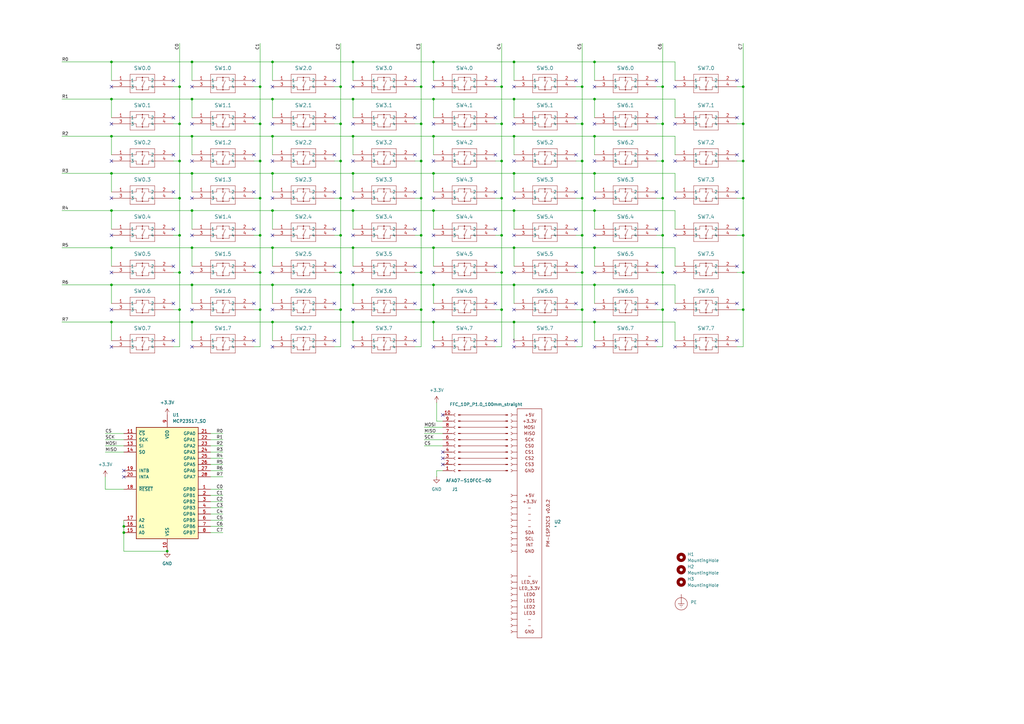
<source format=kicad_sch>
(kicad_sch (version 20231120) (generator "eeschema") (generator_version "8.0")
  (paper "A3")
  (junction (at 177.8 116.84))
  (junction (at 304.8 35.56))
  (junction (at 177.8 25.4))
  (junction (at 243.84 40.64))
  (junction (at 205.74 96.52))
  (junction (at 304.8 66.04))
  (junction (at 210.82 25.4))
  (junction (at 177.8 40.64))
  (junction (at 73.66 50.8))
  (junction (at 50.8 215.9))
  (junction (at 205.74 81.28))
  (junction (at 144.78 40.64))
  (junction (at 78.74 132.08))
  (junction (at 243.84 71.12))
  (junction (at 78.74 25.4))
  (junction (at 177.8 86.36))
  (junction (at 78.74 55.88))
  (junction (at 106.68 96.52))
  (junction (at 106.68 81.28))
  (junction (at 73.66 111.76))
  (junction (at 172.72 81.28))
  (junction (at 45.72 25.4))
  (junction (at 172.72 66.04))
  (junction (at 210.82 40.64))
  (junction (at 45.72 86.36))
  (junction (at 304.8 96.52))
  (junction (at 111.76 116.84))
  (junction (at 144.78 25.4))
  (junction (at 45.72 71.12))
  (junction (at 243.84 132.08))
  (junction (at 73.66 81.28))
  (junction (at 78.74 101.6))
  (junction (at 238.76 50.8))
  (junction (at 210.82 86.36))
  (junction (at 271.78 127))
  (junction (at 73.66 35.56))
  (junction (at 271.78 81.28))
  (junction (at 205.74 127))
  (junction (at 68.58 226.06))
  (junction (at 238.76 127))
  (junction (at 205.74 50.8))
  (junction (at 271.78 50.8))
  (junction (at 139.7 35.56))
  (junction (at 304.8 127))
  (junction (at 45.72 55.88))
  (junction (at 177.8 55.88))
  (junction (at 144.78 132.08))
  (junction (at 243.84 25.4))
  (junction (at 139.7 81.28))
  (junction (at 172.72 111.76))
  (junction (at 177.8 71.12))
  (junction (at 243.84 55.88))
  (junction (at 177.8 101.6))
  (junction (at 205.74 35.56))
  (junction (at 106.68 50.8))
  (junction (at 210.82 71.12))
  (junction (at 45.72 116.84))
  (junction (at 172.72 35.56))
  (junction (at 144.78 71.12))
  (junction (at 172.72 96.52))
  (junction (at 210.82 55.88))
  (junction (at 238.76 35.56))
  (junction (at 78.74 116.84))
  (junction (at 139.7 66.04))
  (junction (at 106.68 35.56))
  (junction (at 139.7 50.8))
  (junction (at 139.7 96.52))
  (junction (at 78.74 40.64))
  (junction (at 210.82 101.6))
  (junction (at 271.78 66.04))
  (junction (at 50.8 218.44))
  (junction (at 111.76 132.08))
  (junction (at 238.76 96.52))
  (junction (at 45.72 40.64))
  (junction (at 45.72 101.6))
  (junction (at 111.76 71.12))
  (junction (at 271.78 111.76))
  (junction (at 238.76 111.76))
  (junction (at 144.78 55.88))
  (junction (at 172.72 127))
  (junction (at 243.84 86.36))
  (junction (at 139.7 127))
  (junction (at 205.74 66.04))
  (junction (at 238.76 81.28))
  (junction (at 172.72 50.8))
  (junction (at 106.68 127))
  (junction (at 144.78 101.6))
  (junction (at 304.8 81.28))
  (junction (at 210.82 116.84))
  (junction (at 177.8 132.08))
  (junction (at 106.68 111.76))
  (junction (at 243.84 101.6))
  (junction (at 111.76 55.88))
  (junction (at 205.74 111.76))
  (junction (at 139.7 111.76))
  (junction (at 111.76 101.6))
  (junction (at 111.76 40.64))
  (junction (at 73.66 127))
  (junction (at 73.66 66.04))
  (junction (at 243.84 116.84))
  (junction (at 73.66 96.52))
  (junction (at 271.78 35.56))
  (junction (at 238.76 66.04))
  (junction (at 210.82 132.08))
  (junction (at 304.8 111.76))
  (junction (at 45.72 132.08))
  (junction (at 271.78 96.52))
  (junction (at 144.78 86.36))
  (junction (at 106.68 66.04))
  (junction (at 111.76 86.36))
  (junction (at 304.8 50.8))
  (junction (at 78.74 86.36))
  (junction (at 111.76 25.4))
  (junction (at 144.78 116.84))
  (junction (at 78.74 71.12))
  (no_connect (at 71.12 63.5))
  (no_connect (at 203.2 63.5))
  (no_connect (at 111.76 142.24))
  (no_connect (at 243.84 142.24))
  (no_connect (at 45.72 35.56))
  (no_connect (at 243.84 50.8))
  (no_connect (at 203.2 78.74))
  (no_connect (at 78.74 35.56))
  (no_connect (at 276.86 127))
  (no_connect (at 269.24 124.46))
  (no_connect (at 203.2 124.46))
  (no_connect (at 269.24 93.98))
  (no_connect (at 71.12 124.46))
  (no_connect (at 104.14 109.22))
  (no_connect (at 71.12 48.26))
  (no_connect (at 170.18 124.46))
  (no_connect (at 137.16 63.5))
  (no_connect (at 170.18 48.26))
  (no_connect (at 210.82 81.28))
  (no_connect (at 45.72 111.76))
  (no_connect (at 104.14 33.02))
  (no_connect (at 78.74 50.8))
  (no_connect (at 276.86 111.76))
  (no_connect (at 45.72 127))
  (no_connect (at 78.74 66.04))
  (no_connect (at 71.12 109.22))
  (no_connect (at 302.26 33.02))
  (no_connect (at 137.16 78.74))
  (no_connect (at 243.84 111.76))
  (no_connect (at 236.22 139.7))
  (no_connect (at 144.78 66.04))
  (no_connect (at 137.16 139.7))
  (no_connect (at 71.12 33.02))
  (no_connect (at 170.18 109.22))
  (no_connect (at 78.74 96.52))
  (no_connect (at 104.14 93.98))
  (no_connect (at 137.16 48.26))
  (no_connect (at 78.74 81.28))
  (no_connect (at 269.24 109.22))
  (no_connect (at 302.26 78.74))
  (no_connect (at 170.18 33.02))
  (no_connect (at 144.78 96.52))
  (no_connect (at 269.24 48.26))
  (no_connect (at 236.22 63.5))
  (no_connect (at 269.24 139.7))
  (no_connect (at 71.12 93.98))
  (no_connect (at 203.2 93.98))
  (no_connect (at 111.76 111.76))
  (no_connect (at 302.26 109.22))
  (no_connect (at 111.76 66.04))
  (no_connect (at 203.2 48.26))
  (no_connect (at 170.18 139.7))
  (no_connect (at 302.26 63.5))
  (no_connect (at 210.82 35.56))
  (no_connect (at 50.8 195.58))
  (no_connect (at 104.14 78.74))
  (no_connect (at 181.61 190.5))
  (no_connect (at 45.72 96.52))
  (no_connect (at 137.16 33.02))
  (no_connect (at 236.22 48.26))
  (no_connect (at 144.78 111.76))
  (no_connect (at 181.61 170.18))
  (no_connect (at 302.26 139.7))
  (no_connect (at 203.2 109.22))
  (no_connect (at 181.61 185.42))
  (no_connect (at 104.14 48.26))
  (no_connect (at 111.76 81.28))
  (no_connect (at 78.74 142.24))
  (no_connect (at 137.16 93.98))
  (no_connect (at 210.82 66.04))
  (no_connect (at 144.78 50.8))
  (no_connect (at 177.8 81.28))
  (no_connect (at 144.78 35.56))
  (no_connect (at 276.86 81.28))
  (no_connect (at 104.14 63.5))
  (no_connect (at 78.74 111.76))
  (no_connect (at 45.72 142.24))
  (no_connect (at 236.22 124.46))
  (no_connect (at 177.8 111.76))
  (no_connect (at 177.8 142.24))
  (no_connect (at 137.16 109.22))
  (no_connect (at 50.8 193.04))
  (no_connect (at 78.74 127))
  (no_connect (at 104.14 139.7))
  (no_connect (at 111.76 127))
  (no_connect (at 203.2 139.7))
  (no_connect (at 243.84 81.28))
  (no_connect (at 45.72 50.8))
  (no_connect (at 269.24 78.74))
  (no_connect (at 236.22 109.22))
  (no_connect (at 45.72 66.04))
  (no_connect (at 302.26 93.98))
  (no_connect (at 177.8 127))
  (no_connect (at 210.82 111.76))
  (no_connect (at 71.12 139.7))
  (no_connect (at 144.78 81.28))
  (no_connect (at 170.18 78.74))
  (no_connect (at 276.86 50.8))
  (no_connect (at 144.78 142.24))
  (no_connect (at 181.61 187.96))
  (no_connect (at 269.24 33.02))
  (no_connect (at 137.16 124.46))
  (no_connect (at 71.12 78.74))
  (no_connect (at 236.22 93.98))
  (no_connect (at 302.26 124.46))
  (no_connect (at 170.18 93.98))
  (no_connect (at 45.72 81.28))
  (no_connect (at 177.8 35.56))
  (no_connect (at 203.2 33.02))
  (no_connect (at 177.8 96.52))
  (no_connect (at 243.84 96.52))
  (no_connect (at 243.84 127))
  (no_connect (at 276.86 66.04))
  (no_connect (at 269.24 63.5))
  (no_connect (at 210.82 50.8))
  (no_connect (at 210.82 142.24))
  (no_connect (at 177.8 50.8))
  (no_connect (at 210.82 96.52))
  (no_connect (at 177.8 66.04))
  (no_connect (at 104.14 124.46))
  (no_connect (at 111.76 96.52))
  (no_connect (at 210.82 127))
  (no_connect (at 236.22 78.74))
  (no_connect (at 144.78 127))
  (no_connect (at 111.76 35.56))
  (no_connect (at 111.76 50.8))
  (no_connect (at 236.22 33.02))
  (no_connect (at 276.86 142.24))
  (no_connect (at 170.18 63.5))
  (no_connect (at 276.86 35.56))
  (no_connect (at 243.84 35.56))
  (no_connect (at 243.84 66.04))
  (no_connect (at 302.26 48.26))
  (no_connect (at 276.86 96.52))
  (wire (pts (xy 137.16 127) (xy 139.7 127)))
  (wire (pts (xy 276.86 124.46) (xy 276.86 116.84)))
  (wire (pts (xy 271.78 50.8) (xy 269.24 50.8)))
  (wire (pts (xy 236.22 96.52) (xy 238.76 96.52)))
  (wire (pts (xy 25.4 40.64) (xy 45.72 40.64)))
  (wire (pts (xy 210.82 93.98) (xy 210.82 86.36)))
  (wire (pts (xy 203.2 96.52) (xy 205.74 96.52)))
  (wire (pts (xy 144.78 116.84) (xy 177.8 116.84)))
  (wire (pts (xy 177.8 33.02) (xy 177.8 25.4)))
  (wire (pts (xy 86.36 200.66) (xy 91.44 200.66)))
  (wire (pts (xy 71.12 127) (xy 73.66 127)))
  (wire (pts (xy 177.8 25.4) (xy 210.82 25.4)))
  (wire (pts (xy 172.72 96.52) (xy 172.72 81.28)))
  (wire (pts (xy 144.78 132.08) (xy 177.8 132.08)))
  (wire (pts (xy 173.99 175.26) (xy 181.61 175.26)))
  (wire (pts (xy 106.68 17.78) (xy 106.68 35.56)))
  (wire (pts (xy 45.72 116.84) (xy 45.72 124.46)))
  (wire (pts (xy 172.72 127) (xy 172.72 111.76)))
  (wire (pts (xy 203.2 127) (xy 205.74 127)))
  (wire (pts (xy 243.84 101.6) (xy 276.86 101.6)))
  (wire (pts (xy 144.78 71.12) (xy 177.8 71.12)))
  (wire (pts (xy 276.86 55.88) (xy 243.84 55.88)))
  (wire (pts (xy 144.78 55.88) (xy 144.78 63.5)))
  (wire (pts (xy 210.82 25.4) (xy 243.84 25.4)))
  (wire (pts (xy 78.74 101.6) (xy 111.76 101.6)))
  (wire (pts (xy 170.18 35.56) (xy 172.72 35.56)))
  (wire (pts (xy 243.84 71.12) (xy 243.84 78.74)))
  (wire (pts (xy 271.78 81.28) (xy 271.78 66.04)))
  (wire (pts (xy 25.4 132.08) (xy 45.72 132.08)))
  (wire (pts (xy 144.78 101.6) (xy 177.8 101.6)))
  (wire (pts (xy 179.07 165.1) (xy 179.07 172.72)))
  (wire (pts (xy 45.72 116.84) (xy 78.74 116.84)))
  (wire (pts (xy 304.8 127) (xy 304.8 111.76)))
  (wire (pts (xy 172.72 111.76) (xy 172.72 96.52)))
  (wire (pts (xy 45.72 71.12) (xy 45.72 78.74)))
  (wire (pts (xy 243.84 124.46) (xy 243.84 116.84)))
  (wire (pts (xy 269.24 81.28) (xy 271.78 81.28)))
  (wire (pts (xy 78.74 116.84) (xy 111.76 116.84)))
  (wire (pts (xy 236.22 142.24) (xy 238.76 142.24)))
  (wire (pts (xy 71.12 111.76) (xy 73.66 111.76)))
  (wire (pts (xy 25.4 116.84) (xy 45.72 116.84)))
  (wire (pts (xy 144.78 78.74) (xy 144.78 71.12)))
  (wire (pts (xy 276.86 132.08) (xy 243.84 132.08)))
  (wire (pts (xy 106.68 35.56) (xy 106.68 50.8)))
  (wire (pts (xy 139.7 111.76) (xy 139.7 96.52)))
  (wire (pts (xy 86.36 210.82) (xy 91.44 210.82)))
  (wire (pts (xy 78.74 48.26) (xy 78.74 40.64)))
  (wire (pts (xy 104.14 96.52) (xy 106.68 96.52)))
  (wire (pts (xy 139.7 35.56) (xy 139.7 50.8)))
  (wire (pts (xy 271.78 142.24) (xy 271.78 127)))
  (wire (pts (xy 243.84 25.4) (xy 276.86 25.4)))
  (wire (pts (xy 236.22 81.28) (xy 238.76 81.28)))
  (wire (pts (xy 210.82 55.88) (xy 210.82 63.5)))
  (wire (pts (xy 71.12 96.52) (xy 73.66 96.52)))
  (wire (pts (xy 86.36 205.74) (xy 91.44 205.74)))
  (wire (pts (xy 238.76 96.52) (xy 238.76 81.28)))
  (wire (pts (xy 177.8 86.36) (xy 210.82 86.36)))
  (wire (pts (xy 45.72 25.4) (xy 45.72 33.02)))
  (wire (pts (xy 276.86 78.74) (xy 276.86 71.12)))
  (wire (pts (xy 173.99 180.34) (xy 181.61 180.34)))
  (wire (pts (xy 45.72 40.64) (xy 78.74 40.64)))
  (wire (pts (xy 104.14 35.56) (xy 106.68 35.56)))
  (wire (pts (xy 73.66 50.8) (xy 71.12 50.8)))
  (wire (pts (xy 106.68 111.76) (xy 106.68 96.52)))
  (wire (pts (xy 78.74 132.08) (xy 78.74 139.7)))
  (wire (pts (xy 25.4 25.4) (xy 45.72 25.4)))
  (wire (pts (xy 144.78 33.02) (xy 144.78 25.4)))
  (wire (pts (xy 139.7 66.04) (xy 139.7 50.8)))
  (wire (pts (xy 238.76 50.8) (xy 236.22 50.8)))
  (wire (pts (xy 73.66 66.04) (xy 73.66 50.8)))
  (wire (pts (xy 203.2 66.04) (xy 205.74 66.04)))
  (wire (pts (xy 111.76 101.6) (xy 144.78 101.6)))
  (wire (pts (xy 210.82 116.84) (xy 210.82 124.46)))
  (wire (pts (xy 210.82 71.12) (xy 243.84 71.12)))
  (wire (pts (xy 304.8 111.76) (xy 304.8 96.52)))
  (wire (pts (xy 86.36 193.04) (xy 91.44 193.04)))
  (wire (pts (xy 104.14 127) (xy 106.68 127)))
  (wire (pts (xy 210.82 48.26) (xy 210.82 40.64)))
  (wire (pts (xy 172.72 66.04) (xy 172.72 50.8)))
  (wire (pts (xy 276.86 71.12) (xy 243.84 71.12)))
  (wire (pts (xy 269.24 66.04) (xy 271.78 66.04)))
  (wire (pts (xy 203.2 142.24) (xy 205.74 142.24)))
  (wire (pts (xy 269.24 35.56) (xy 271.78 35.56)))
  (wire (pts (xy 111.76 109.22) (xy 111.76 101.6)))
  (wire (pts (xy 71.12 81.28) (xy 73.66 81.28)))
  (wire (pts (xy 304.8 81.28) (xy 304.8 66.04)))
  (wire (pts (xy 25.4 55.88) (xy 45.72 55.88)))
  (wire (pts (xy 86.36 195.58) (xy 91.44 195.58)))
  (wire (pts (xy 111.76 33.02) (xy 111.76 25.4)))
  (wire (pts (xy 71.12 66.04) (xy 73.66 66.04)))
  (wire (pts (xy 78.74 63.5) (xy 78.74 55.88)))
  (wire (pts (xy 106.68 96.52) (xy 106.68 81.28)))
  (wire (pts (xy 45.72 132.08) (xy 45.72 139.7)))
  (wire (pts (xy 170.18 96.52) (xy 172.72 96.52)))
  (wire (pts (xy 43.18 200.66) (xy 43.18 195.58)))
  (wire (pts (xy 78.74 78.74) (xy 78.74 71.12)))
  (wire (pts (xy 243.84 86.36) (xy 276.86 86.36)))
  (wire (pts (xy 177.8 139.7) (xy 177.8 132.08)))
  (wire (pts (xy 78.74 132.08) (xy 111.76 132.08)))
  (wire (pts (xy 45.72 71.12) (xy 78.74 71.12)))
  (wire (pts (xy 45.72 55.88) (xy 78.74 55.88)))
  (wire (pts (xy 302.26 142.24) (xy 304.8 142.24)))
  (wire (pts (xy 238.76 35.56) (xy 238.76 50.8)))
  (wire (pts (xy 139.7 50.8) (xy 137.16 50.8)))
  (wire (pts (xy 111.76 55.88) (xy 111.76 63.5)))
  (wire (pts (xy 172.72 35.56) (xy 172.72 50.8)))
  (wire (pts (xy 86.36 177.8) (xy 91.44 177.8)))
  (wire (pts (xy 111.76 40.64) (xy 144.78 40.64)))
  (wire (pts (xy 210.82 101.6) (xy 243.84 101.6)))
  (wire (pts (xy 271.78 66.04) (xy 271.78 50.8)))
  (wire (pts (xy 205.74 66.04) (xy 205.74 50.8)))
  (wire (pts (xy 78.74 33.02) (xy 78.74 25.4)))
  (wire (pts (xy 144.78 55.88) (xy 177.8 55.88)))
  (wire (pts (xy 302.26 111.76) (xy 304.8 111.76)))
  (wire (pts (xy 78.74 109.22) (xy 78.74 101.6)))
  (wire (pts (xy 302.26 96.52) (xy 304.8 96.52)))
  (wire (pts (xy 86.36 180.34) (xy 91.44 180.34)))
  (wire (pts (xy 276.86 33.02) (xy 276.86 25.4)))
  (wire (pts (xy 78.74 25.4) (xy 111.76 25.4)))
  (wire (pts (xy 236.22 127) (xy 238.76 127)))
  (wire (pts (xy 210.82 33.02) (xy 210.82 25.4)))
  (wire (pts (xy 210.82 55.88) (xy 243.84 55.88)))
  (wire (pts (xy 276.86 93.98) (xy 276.86 86.36)))
  (wire (pts (xy 210.82 78.74) (xy 210.82 71.12)))
  (wire (pts (xy 172.72 17.78) (xy 172.72 35.56)))
  (wire (pts (xy 144.78 48.26) (xy 144.78 40.64)))
  (wire (pts (xy 45.72 101.6) (xy 78.74 101.6)))
  (wire (pts (xy 238.76 142.24) (xy 238.76 127)))
  (wire (pts (xy 205.74 96.52) (xy 205.74 81.28)))
  (wire (pts (xy 43.18 182.88) (xy 50.8 182.88)))
  (wire (pts (xy 45.72 40.64) (xy 45.72 48.26)))
  (wire (pts (xy 106.68 127) (xy 106.68 111.76)))
  (wire (pts (xy 139.7 17.78) (xy 139.7 35.56)))
  (wire (pts (xy 137.16 66.04) (xy 139.7 66.04)))
  (wire (pts (xy 205.74 50.8) (xy 203.2 50.8)))
  (wire (pts (xy 86.36 185.42) (xy 91.44 185.42)))
  (wire (pts (xy 177.8 55.88) (xy 210.82 55.88)))
  (wire (pts (xy 144.78 109.22) (xy 144.78 101.6)))
  (wire (pts (xy 111.76 132.08) (xy 144.78 132.08)))
  (wire (pts (xy 137.16 111.76) (xy 139.7 111.76)))
  (wire (pts (xy 210.82 139.7) (xy 210.82 132.08)))
  (wire (pts (xy 210.82 86.36) (xy 243.84 86.36)))
  (wire (pts (xy 86.36 213.36) (xy 91.44 213.36)))
  (wire (pts (xy 139.7 96.52) (xy 139.7 81.28)))
  (wire (pts (xy 304.8 50.8) (xy 302.26 50.8)))
  (wire (pts (xy 179.07 172.72) (xy 181.61 172.72)))
  (wire (pts (xy 205.74 81.28) (xy 205.74 66.04)))
  (wire (pts (xy 111.76 25.4) (xy 144.78 25.4)))
  (wire (pts (xy 236.22 35.56) (xy 238.76 35.56)))
  (wire (pts (xy 86.36 218.44) (xy 91.44 218.44)))
  (wire (pts (xy 139.7 81.28) (xy 139.7 66.04)))
  (wire (pts (xy 276.86 48.26) (xy 276.86 40.64)))
  (wire (pts (xy 170.18 66.04) (xy 172.72 66.04)))
  (wire (pts (xy 50.8 200.66) (xy 43.18 200.66)))
  (wire (pts (xy 203.2 111.76) (xy 205.74 111.76)))
  (wire (pts (xy 106.68 81.28) (xy 106.68 66.04)))
  (wire (pts (xy 170.18 111.76) (xy 172.72 111.76)))
  (wire (pts (xy 304.8 96.52) (xy 304.8 81.28)))
  (wire (pts (xy 106.68 66.04) (xy 106.68 50.8)))
  (wire (pts (xy 73.66 35.56) (xy 73.66 50.8)))
  (wire (pts (xy 302.26 66.04) (xy 304.8 66.04)))
  (wire (pts (xy 73.66 81.28) (xy 73.66 66.04)))
  (wire (pts (xy 271.78 127) (xy 271.78 111.76)))
  (wire (pts (xy 243.84 93.98) (xy 243.84 86.36)))
  (wire (pts (xy 302.26 35.56) (xy 304.8 35.56)))
  (wire (pts (xy 73.66 17.78) (xy 73.66 35.56)))
  (wire (pts (xy 25.4 86.36) (xy 45.72 86.36)))
  (wire (pts (xy 144.78 86.36) (xy 177.8 86.36)))
  (wire (pts (xy 205.74 35.56) (xy 205.74 50.8)))
  (wire (pts (xy 269.24 127) (xy 271.78 127)))
  (wire (pts (xy 243.84 40.64) (xy 276.86 40.64)))
  (wire (pts (xy 144.78 71.12) (xy 111.76 71.12)))
  (wire (pts (xy 238.76 17.78) (xy 238.76 35.56)))
  (wire (pts (xy 43.18 180.34) (xy 50.8 180.34)))
  (wire (pts (xy 238.76 111.76) (xy 238.76 96.52)))
  (wire (pts (xy 269.24 142.24) (xy 271.78 142.24)))
  (wire (pts (xy 271.78 17.78) (xy 271.78 35.56)))
  (wire (pts (xy 238.76 66.04) (xy 238.76 50.8)))
  (wire (pts (xy 177.8 40.64) (xy 210.82 40.64)))
  (wire (pts (xy 170.18 127) (xy 172.72 127)))
  (wire (pts (xy 68.58 226.06) (xy 50.8 226.06)))
  (wire (pts (xy 111.76 93.98) (xy 111.76 86.36)))
  (wire (pts (xy 304.8 66.04) (xy 304.8 50.8)))
  (wire (pts (xy 177.8 132.08) (xy 210.82 132.08)))
  (wire (pts (xy 172.72 81.28) (xy 172.72 66.04)))
  (wire (pts (xy 86.36 190.5) (xy 91.44 190.5)))
  (wire (pts (xy 71.12 142.24) (xy 73.66 142.24)))
  (wire (pts (xy 177.8 124.46) (xy 177.8 116.84)))
  (wire (pts (xy 269.24 111.76) (xy 271.78 111.76)))
  (wire (pts (xy 205.74 142.24) (xy 205.74 127)))
  (wire (pts (xy 73.66 96.52) (xy 73.66 81.28)))
  (wire (pts (xy 25.4 101.6) (xy 45.72 101.6)))
  (wire (pts (xy 304.8 17.78) (xy 304.8 35.56)))
  (wire (pts (xy 170.18 81.28) (xy 172.72 81.28)))
  (wire (pts (xy 86.36 182.88) (xy 91.44 182.88)))
  (wire (pts (xy 25.4 71.12) (xy 45.72 71.12)))
  (wire (pts (xy 205.74 111.76) (xy 205.74 96.52)))
  (wire (pts (xy 177.8 48.26) (xy 177.8 40.64)))
  (wire (pts (xy 144.78 116.84) (xy 111.76 116.84)))
  (wire (pts (xy 302.26 81.28) (xy 304.8 81.28)))
  (wire (pts (xy 106.68 50.8) (xy 104.14 50.8)))
  (wire (pts (xy 50.8 213.36) (xy 50.8 215.9)))
  (wire (pts (xy 43.18 185.42) (xy 50.8 185.42)))
  (wire (pts (xy 210.82 40.64) (xy 243.84 40.64)))
  (wire (pts (xy 78.74 124.46) (xy 78.74 116.84)))
  (wire (pts (xy 45.72 55.88) (xy 45.72 63.5)))
  (wire (pts (xy 238.76 127) (xy 238.76 111.76)))
  (wire (pts (xy 144.78 86.36) (xy 144.78 93.98)))
  (wire (pts (xy 179.07 193.04) (xy 179.07 195.58)))
  (wire (pts (xy 144.78 124.46) (xy 144.78 116.84)))
  (wire (pts (xy 271.78 35.56) (xy 271.78 50.8)))
  (wire (pts (xy 45.72 86.36) (xy 78.74 86.36)))
  (wire (pts (xy 43.18 177.8) (xy 50.8 177.8)))
  (wire (pts (xy 243.84 48.26) (xy 243.84 40.64)))
  (wire (pts (xy 137.16 35.56) (xy 139.7 35.56)))
  (wire (pts (xy 139.7 142.24) (xy 139.7 127)))
  (wire (pts (xy 73.66 142.24) (xy 73.66 127)))
  (wire (pts (xy 111.76 86.36) (xy 144.78 86.36)))
  (wire (pts (xy 139.7 127) (xy 139.7 111.76)))
  (wire (pts (xy 137.16 142.24) (xy 139.7 142.24)))
  (wire (pts (xy 271.78 111.76) (xy 271.78 96.52)))
  (wire (pts (xy 172.72 142.24) (xy 172.72 127)))
  (wire (pts (xy 144.78 40.64) (xy 177.8 40.64)))
  (wire (pts (xy 243.84 116.84) (xy 276.86 116.84)))
  (wire (pts (xy 236.22 111.76) (xy 238.76 111.76)))
  (wire (pts (xy 106.68 142.24) (xy 106.68 127)))
  (wire (pts (xy 302.26 127) (xy 304.8 127)))
  (wire (pts (xy 144.78 139.7) (xy 144.78 132.08)))
  (wire (pts (xy 78.74 40.64) (xy 111.76 40.64)))
  (wire (pts (xy 45.72 101.6) (xy 45.72 109.22)))
  (wire (pts (xy 238.76 81.28) (xy 238.76 66.04)))
  (wire (pts (xy 50.8 226.06) (xy 50.8 218.44)))
  (wire (pts (xy 78.74 71.12) (xy 111.76 71.12)))
  (wire (pts (xy 276.86 55.88) (xy 276.86 63.5)))
  (wire (pts (xy 86.36 187.96) (xy 91.44 187.96)))
  (wire (pts (xy 173.99 177.8) (xy 181.61 177.8)))
  (wire (pts (xy 86.36 215.9) (xy 91.44 215.9)))
  (wire (pts (xy 203.2 81.28) (xy 205.74 81.28)))
  (wire (pts (xy 243.84 33.02) (xy 243.84 25.4)))
  (wire (pts (xy 177.8 93.98) (xy 177.8 86.36)))
  (wire (pts (xy 276.86 109.22) (xy 276.86 101.6)))
  (wire (pts (xy 78.74 55.88) (xy 111.76 55.88)))
  (wire (pts (xy 78.74 132.08) (xy 45.72 132.08)))
  (wire (pts (xy 71.12 35.56) (xy 73.66 35.56)))
  (wire (pts (xy 104.14 111.76) (xy 106.68 111.76)))
  (wire (pts (xy 210.82 109.22) (xy 210.82 101.6)))
  (wire (pts (xy 236.22 66.04) (xy 238.76 66.04)))
  (wire (pts (xy 137.16 96.52) (xy 139.7 96.52)))
  (wire (pts (xy 243.84 116.84) (xy 210.82 116.84)))
  (wire (pts (xy 177.8 55.88) (xy 177.8 63.5)))
  (wire (pts (xy 73.66 111.76) (xy 73.66 96.52)))
  (wire (pts (xy 243.84 132.08) (xy 243.84 139.7)))
  (wire (pts (xy 144.78 25.4) (xy 177.8 25.4)))
  (wire (pts (xy 243.84 55.88) (xy 243.84 63.5)))
  (wire (pts (xy 50.8 215.9) (xy 50.8 218.44)))
  (wire (pts (xy 78.74 86.36) (xy 111.76 86.36)))
  (wire (pts (xy 111.76 71.12) (xy 111.76 78.74)))
  (wire (pts (xy 111.76 116.84) (xy 111.76 124.46)))
  (wire (pts (xy 78.74 93.98) (xy 78.74 86.36)))
  (wire (pts (xy 170.18 142.24) (xy 172.72 142.24)))
  (wire (pts (xy 269.24 96.52) (xy 271.78 96.52)))
  (wire (pts (xy 177.8 101.6) (xy 177.8 109.22)))
  (wire (pts (xy 276.86 139.7) (xy 276.86 132.08)))
  (wire (pts (xy 304.8 142.24) (xy 304.8 127)))
  (wire (pts (xy 271.78 96.52) (xy 271.78 81.28)))
  (wire (pts (xy 210.82 101.6) (xy 177.8 101.6)))
  (wire (pts (xy 177.8 116.84) (xy 210.82 116.84)))
  (wire (pts (xy 111.76 139.7) (xy 111.76 132.08)))
  (wire (pts (xy 86.36 203.2) (xy 91.44 203.2)))
  (wire (pts (xy 78.74 25.4) (xy 45.72 25.4)))
  (wire (pts (xy 181.61 193.04) (xy 179.07 193.04)))
  (wire (pts (xy 104.14 81.28) (xy 106.68 81.28)))
  (wire (pts (xy 73.66 127) (xy 73.66 111.76)))
  (wire (pts (xy 203.2 35.56) (xy 205.74 35.56)))
  (wire (pts (xy 205.74 17.78) (xy 205.74 35.56)))
  (wire (pts (xy 137.16 81.28) (xy 139.7 81.28)))
  (wire (pts (xy 304.8 35.56) (xy 304.8 50.8)))
  (wire (pts (xy 111.76 48.26) (xy 111.76 40.64)))
  (wire (pts (xy 111.76 55.88) (xy 144.78 55.88)))
  (wire (pts (xy 205.74 127) (xy 205.74 111.76)))
  (wire (pts (xy 104.14 66.04) (xy 106.68 66.04)))
  (wire (pts (xy 86.36 208.28) (xy 91.44 208.28)))
  (wire (pts (xy 177.8 71.12) (xy 210.82 71.12)))
  (wire (pts (xy 243.84 109.22) (xy 243.84 101.6)))
  (wire (pts (xy 104.14 142.24) (xy 106.68 142.24)))
  (wire (pts (xy 210.82 132.08) (xy 243.84 132.08)))
  (wire (pts (xy 172.72 50.8) (xy 170.18 50.8)))
  (wire (pts (xy 173.99 182.88) (xy 181.61 182.88)))
  (wire (pts (xy 45.72 86.36) (xy 45.72 93.98)))
  (wire (pts (xy 177.8 78.74) (xy 177.8 71.12)))
  (label "MOSI" (at 173.99 175.26 0))
  (label "C6" (at 91.44 215.9 180))
  (label "SCK" (at 173.99 180.34 0))
  (label "R3" (at 25.4 71.12 0))
  (label "R0" (at 25.4 25.4 0))
  (label "R5" (at 91.44 190.5 180))
  (label "R4" (at 91.44 187.96 180))
  (label "MISO" (at 173.99 177.8 0))
  (label "C5" (at 238.76 17.78 270))
  (label "C5" (at 91.44 213.36 180))
  (label "C1" (at 106.68 17.78 270))
  (label "R4" (at 25.4 86.36 0))
  (label "R5" (at 25.4 101.6 0))
  (label "C0" (at 73.66 17.78 270))
  (label "R7" (at 25.4 132.08 0))
  (label "MISO" (at 43.18 185.42 0))
  (label "C6" (at 271.78 17.78 270))
  (label "R3" (at 91.44 185.42 180))
  (label "C7" (at 304.8 17.78 270))
  (label "MOSI" (at 43.18 182.88 0))
  (label "R0" (at 91.44 177.8 180))
  (label "R2" (at 91.44 182.88 180))
  (label "C3" (at 91.44 208.28 180))
  (label "R2" (at 25.4 55.88 0))
  (label "C2" (at 91.44 205.74 180))
  (label "C1" (at 91.44 203.2 180))
  (label "R1" (at 25.4 40.64 0))
  (label "CS" (at 173.99 182.88 0))
  (label "C0" (at 91.44 200.66 180))
  (label "C3" (at 172.72 17.78 270))
  (label "R1" (at 91.44 180.34 180))
  (label "R6" (at 91.44 193.04 180))
  (label "R6" (at 25.4 116.84 0))
  (label "C2" (at 139.7 17.78 270))
  (label "C7" (at 91.44 218.44 180))
  (label "CS" (at 43.18 177.8 0))
  (label "C4" (at 91.44 210.82 180))
  (label "SCK" (at 43.18 180.34 0))
  (label "C4" (at 205.74 17.78 270))
  (label "R7" (at 91.44 195.58 180))
  (symbol (lib_id "kicad_inventree_lib:TS-1187A-B-A-B") (at 276.86 63.5 0) (unit 1)
    (property "Reference" "SW7.2" (at 289.56 58.42 0) (effects (font (size 1.524 1.524))))
    (property "Value" "TS-1187A-B-A-B" (effects (hide yes)))
    (property "Footprint" "TS-1187A-B-A-B_XKB" (effects (hide yes)))
    (property "Datasheet" "TS-1187A-B-A-B" (effects (hide yes)))
    (property "part_ipn" "TS-1187A-B-A-B" (effects (hide yes)))
    (property "optional" "1" (effects (hide yes)))
  )
  (symbol (lib_id "Mechanical:MountingHole") (at 279.4 233.68 0) (unit 1) (exclude_from_sim yes) (in_bom no)
    (property "Reference" "H2" (at 281.94 232.4099 0) (effects (justify left)))
    (property "Value" "MountingHole" (at 281.94 234.9499 0) (effects (justify left)))
    (property "Footprint" "MountingHole:MountingHole_3.2mm_M3" (effects (hide yes)))
    (property "Description" "Mounting Hole without connection" (effects (hide yes)))
  )
  (symbol (lib_id "kicad_inventree_lib:TS-1187A-B-A-B") (at 210.82 139.7 0) (unit 1)
    (property "Reference" "SW5.7" (at 223.52 134.62 0) (effects (font (size 1.524 1.524))))
    (property "Value" "TS-1187A-B-A-B" (effects (hide yes)))
    (property "Footprint" "TS-1187A-B-A-B_XKB" (effects (hide yes)))
    (property "Datasheet" "TS-1187A-B-A-B" (effects (hide yes)))
    (property "part_ipn" "TS-1187A-B-A-B" (effects (hide yes)))
    (property "optional" "1" (at 210.82 139.7 0))
  )
  (symbol (lib_id "kicad_inventree_lib:TS-1187A-B-A-B") (at 45.72 93.98 0) (unit 1)
    (property "Reference" "SW0.4" (at 58.42 88.9 0) (effects (font (size 1.524 1.524))))
    (property "Value" "TS-1187A-B-A-B" (effects (hide yes)))
    (property "Footprint" "TS-1187A-B-A-B_XKB" (effects (hide yes)))
    (property "Datasheet" "TS-1187A-B-A-B" (effects (hide yes)))
    (property "part_ipn" "TS-1187A-B-A-B" (effects (hide yes)))
    (property "optional" "1" (effects (hide yes)))
  )
  (symbol (lib_id "kicad_inventree_lib:TS-1187A-B-A-B") (at 45.72 109.22 0) (unit 1)
    (property "Reference" "SW0.5" (at 58.42 104.14 0) (effects (font (size 1.524 1.524))))
    (property "Value" "TS-1187A-B-A-B" (effects (hide yes)))
    (property "Footprint" "TS-1187A-B-A-B_XKB" (effects (hide yes)))
    (property "Datasheet" "TS-1187A-B-A-B" (effects (hide yes)))
    (property "part_ipn" "TS-1187A-B-A-B" (effects (hide yes)))
    (property "optional" "1" (effects (hide yes)))
  )
  (symbol (lib_id "kicad_inventree_lib:TS-1187A-B-A-B") (at 45.72 124.46 0) (unit 1)
    (property "Reference" "SW0.6" (at 58.42 119.38 0) (effects (font (size 1.524 1.524))))
    (property "Value" "TS-1187A-B-A-B" (effects (hide yes)))
    (property "Footprint" "TS-1187A-B-A-B_XKB" (effects (hide yes)))
    (property "Datasheet" "TS-1187A-B-A-B" (effects (hide yes)))
    (property "part_ipn" "TS-1187A-B-A-B" (effects (hide yes)))
    (property "optional" "1" (effects (hide yes)))
  )
  (symbol (lib_id "kicad_inventree_lib:TS-1187A-B-A-B") (at 111.76 139.7 0) (unit 1)
    (property "Reference" "SW2.7" (at 124.46 134.62 0) (effects (font (size 1.524 1.524))))
    (property "Value" "TS-1187A-B-A-B" (effects (hide yes)))
    (property "Footprint" "TS-1187A-B-A-B_XKB" (effects (hide yes)))
    (property "Datasheet" "TS-1187A-B-A-B" (effects (hide yes)))
    (property "part_ipn" "TS-1187A-B-A-B" (effects (hide yes)))
    (property "optional" "1" (effects (hide yes)))
  )
  (symbol (lib_id "kicad_inventree_lib:TS-1187A-B-A-B") (at 144.78 48.26 0) (unit 1)
    (property "Reference" "SW3.1" (at 157.48 43.18 0) (effects (font (size 1.524 1.524))))
    (property "Value" "TS-1187A-B-A-B" (effects (hide yes)))
    (property "Footprint" "TS-1187A-B-A-B_XKB" (effects (hide yes)))
    (property "Datasheet" "TS-1187A-B-A-B" (effects (hide yes)))
    (property "part_ipn" "TS-1187A-B-A-B" (effects (hide yes)))
    (property "optional" "1" (effects (hide yes)))
  )
  (symbol (lib_id "kicad_inventree_lib:TS-1187A-B-A-B") (at 177.8 109.22 0) (unit 1)
    (property "Reference" "SW4.5" (at 190.5 104.14 0) (effects (font (size 1.524 1.524))))
    (property "Value" "TS-1187A-B-A-B" (effects (hide yes)))
    (property "Footprint" "TS-1187A-B-A-B_XKB" (effects (hide yes)))
    (property "Datasheet" "TS-1187A-B-A-B" (effects (hide yes)))
    (property "part_ipn" "TS-1187A-B-A-B" (effects (hide yes)))
    (property "optional" "1" (effects (hide yes)))
  )
  (symbol (lib_id "kicad_inventree_lib:AFA07-S10FCC-00") (at 186.69 182.88 0) (mirror x) (unit 1)
    (property "Reference" "J1" (at 185.42 200.66 0) (effects (justify left)))
    (property "Value" "AFA07-S10FCC-00" (at 182.88 197.104 0) (effects (justify left)))
    (property "Footprint" "kicad_inventree_lib:CONN10_AFA07-S10_JUS" (effects (hide yes)))
    (property "Datasheet" "http://inventree.network/part/170/" (effects (hide yes)))
    (property "Description" "Generic connector, single row, 01x10, script generated" (effects (hide yes)))
    (property "part_ipn" "AFA07-S10FCC-00" (effects (hide yes)))
  )
  (symbol (lib_id "kicad_inventree_lib:PE") (at 279.4 243.84 0) (unit 1) (in_bom no)
    (property "Reference" "PE1" (effects (hide yes)))
    (property "Value" "PE" (at 283.21 247.0149 0) (effects (justify left)))
    (property "Footprint" "kicad_inventree_lib:PE" (effects (hide yes)))
    (property "Description" "Power symbol creates a global label with name \"Earth_Protective\"" (effects (hide yes)))
  )
  (symbol (lib_id "kicad_inventree_lib:TS-1187A-B-A-B") (at 111.76 109.22 0) (unit 1)
    (property "Reference" "SW2.5" (at 124.46 104.14 0) (effects (font (size 1.524 1.524))))
    (property "Value" "TS-1187A-B-A-B" (effects (hide yes)))
    (property "Footprint" "TS-1187A-B-A-B_XKB" (effects (hide yes)))
    (property "Datasheet" "TS-1187A-B-A-B" (effects (hide yes)))
    (property "part_ipn" "TS-1187A-B-A-B" (effects (hide yes)))
    (property "optional" "1" (effects (hide yes)))
  )
  (symbol (lib_id "kicad_inventree_lib:TS-1187A-B-A-B") (at 111.76 78.74 0) (unit 1)
    (property "Reference" "SW2.3" (at 124.46 73.66 0) (effects (font (size 1.524 1.524))))
    (property "Value" "TS-1187A-B-A-B" (effects (hide yes)))
    (property "Footprint" "TS-1187A-B-A-B_XKB" (effects (hide yes)))
    (property "Datasheet" "TS-1187A-B-A-B" (effects (hide yes)))
    (property "part_ipn" "TS-1187A-B-A-B" (effects (hide yes)))
    (property "optional" "1" (effects (hide yes)))
  )
  (symbol (lib_id "kicad_inventree_lib:TS-1187A-B-A-B") (at 276.86 139.7 0) (unit 1)
    (property "Reference" "SW7.7" (at 289.56 134.62 0) (effects (font (size 1.524 1.524))))
    (property "Value" "TS-1187A-B-A-B" (effects (hide yes)))
    (property "Footprint" "TS-1187A-B-A-B_XKB" (effects (hide yes)))
    (property "Datasheet" "TS-1187A-B-A-B" (effects (hide yes)))
    (property "part_ipn" "TS-1187A-B-A-B" (effects (hide yes)))
    (property "optional" "1" (effects (hide yes)))
  )
  (symbol (lib_id "kicad_inventree_lib:TS-1187A-B-A-B") (at 144.78 78.74 0) (unit 1)
    (property "Reference" "SW3.3" (at 157.48 73.66 0) (effects (font (size 1.524 1.524))))
    (property "Value" "TS-1187A-B-A-B" (effects (hide yes)))
    (property "Footprint" "TS-1187A-B-A-B_XKB" (effects (hide yes)))
    (property "Datasheet" "TS-1187A-B-A-B" (effects (hide yes)))
    (property "part_ipn" "TS-1187A-B-A-B" (effects (hide yes)))
    (property "optional" "1" (effects (hide yes)))
  )
  (symbol (lib_id "kicad_inventree_lib:MCP23S17_SO") (at 68.58 198.12 0) (unit 1)
    (property "Reference" "U1" (at 70.7741 170.18 0) (effects (justify left)))
    (property "Value" "MCP23S17_SO" (at 70.7741 172.72 0) (effects (justify left)))
    (property "Footprint" "Package_SO:SOIC-28W_7.5x17.9mm_P1.27mm" (effects (hide yes)))
    (property "Datasheet" "http://inventree.network/part/105/" (effects (hide yes)))
    (property "Description" "16-bit I/O expander, SPI, interrupts, w pull-ups, SOIC-28" (effects (hide yes)))
    (property "part_ipn" "MCP23S17-E/SO" (effects (hide yes)))
  )
  (symbol (lib_id "kicad_inventree_lib:TS-1187A-B-A-B") (at 111.76 124.46 0) (unit 1)
    (property "Reference" "SW2.6" (at 124.46 119.38 0) (effects (font (size 1.524 1.524))))
    (property "Value" "TS-1187A-B-A-B" (effects (hide yes)))
    (property "Footprint" "TS-1187A-B-A-B_XKB" (effects (hide yes)))
    (property "Datasheet" "TS-1187A-B-A-B" (effects (hide yes)))
    (property "part_ipn" "TS-1187A-B-A-B" (effects (hide yes)))
    (property "optional" "1" (effects (hide yes)))
  )
  (symbol (lib_id "kicad_inventree_lib:TS-1187A-B-A-B") (at 243.84 93.98 0) (unit 1)
    (property "Reference" "SW6.4" (at 256.54 88.9 0) (effects (font (size 1.524 1.524))))
    (property "Value" "TS-1187A-B-A-B" (effects (hide yes)))
    (property "Footprint" "TS-1187A-B-A-B_XKB" (effects (hide yes)))
    (property "Datasheet" "TS-1187A-B-A-B" (effects (hide yes)))
    (property "part_ipn" "TS-1187A-B-A-B" (effects (hide yes)))
    (property "optional" "1" (effects (hide yes)))
  )
  (symbol (lib_id "kicad_inventree_lib:TS-1187A-B-A-B") (at 111.76 63.5 0) (unit 1)
    (property "Reference" "SW2.2" (at 124.46 58.42 0) (effects (font (size 1.524 1.524))))
    (property "Value" "TS-1187A-B-A-B" (effects (hide yes)))
    (property "Footprint" "TS-1187A-B-A-B_XKB" (effects (hide yes)))
    (property "Datasheet" "TS-1187A-B-A-B" (effects (hide yes)))
    (property "part_ipn" "TS-1187A-B-A-B" (effects (hide yes)))
    (property "optional" "1" (effects (hide yes)))
  )
  (symbol (lib_id "kicad_inventree_lib:TS-1187A-B-A-B") (at 78.74 78.74 0) (unit 1)
    (property "Reference" "SW1.3" (at 91.44 73.66 0) (effects (font (size 1.524 1.524))))
    (property "Value" "TS-1187A-B-A-B" (effects (hide yes)))
    (property "Footprint" "TS-1187A-B-A-B_XKB" (effects (hide yes)))
    (property "Datasheet" "TS-1187A-B-A-B" (effects (hide yes)))
    (property "part_ipn" "TS-1187A-B-A-B" (effects (hide yes)))
    (property "optional" "1" (effects (hide yes)))
  )
  (symbol (lib_id "power:+3.3V") (at 68.58 170.18 0) (unit 1)
    (property "Reference" "#PWR01" (effects (hide yes)))
    (property "Value" "+3.3V" (at 68.58 165.1 0))
    (property "Description" "Power symbol creates a global label with name \"+3.3V\"" (effects (hide yes)))
  )
  (symbol (lib_id "kicad_inventree_lib:TS-1187A-B-A-B") (at 45.72 63.5 0) (unit 1)
    (property "Reference" "SW0.2" (at 58.42 58.42 0) (effects (font (size 1.524 1.524))))
    (property "Value" "TS-1187A-B-A-B" (effects (hide yes)))
    (property "Footprint" "TS-1187A-B-A-B_XKB" (effects (hide yes)))
    (property "Datasheet" "TS-1187A-B-A-B" (effects (hide yes)))
    (property "part_ipn" "TS-1187A-B-A-B" (effects (hide yes)))
    (property "optional" "1" (effects (hide yes)))
  )
  (symbol (lib_id "kicad_inventree_lib:TS-1187A-B-A-B") (at 78.74 124.46 0) (unit 1)
    (property "Reference" "SW1.6" (at 91.44 119.38 0) (effects (font (size 1.524 1.524))))
    (property "Value" "TS-1187A-B-A-B" (effects (hide yes)))
    (property "Footprint" "TS-1187A-B-A-B_XKB" (effects (hide yes)))
    (property "Datasheet" "TS-1187A-B-A-B" (effects (hide yes)))
    (property "part_ipn" "TS-1187A-B-A-B" (effects (hide yes)))
    (property "optional" "1" (effects (hide yes)))
  )
  (symbol (lib_id "kicad_inventree_lib:TS-1187A-B-A-B") (at 210.82 124.46 0) (unit 1)
    (property "Reference" "SW5.6" (at 223.52 119.38 0) (effects (font (size 1.524 1.524))))
    (property "Value" "TS-1187A-B-A-B" (effects (hide yes)))
    (property "Footprint" "TS-1187A-B-A-B_XKB" (effects (hide yes)))
    (property "Datasheet" "TS-1187A-B-A-B" (effects (hide yes)))
    (property "part_ipn" "TS-1187A-B-A-B" (effects (hide yes)))
    (property "optional" "1" (effects (hide yes)))
  )
  (symbol (lib_id "kicad_inventree_lib:TS-1187A-B-A-B") (at 111.76 33.02 0) (unit 1)
    (property "Reference" "SW2.0" (at 124.46 27.94 0) (effects (font (size 1.524 1.524))))
    (property "Value" "TS-1187A-B-A-B" (effects (hide yes)))
    (property "Footprint" "TS-1187A-B-A-B_XKB" (effects (hide yes)))
    (property "Datasheet" "TS-1187A-B-A-B" (effects (hide yes)))
    (property "part_ipn" "TS-1187A-B-A-B" (effects (hide yes)))
    (property "optional" "1" (effects (hide yes)))
  )
  (symbol (lib_id "kicad_inventree_lib:TS-1187A-B-A-B") (at 45.72 33.02 0) (unit 1)
    (property "Reference" "SW0.0" (at 58.42 27.94 0) (effects (font (size 1.524 1.524))))
    (property "Value" "TS-1187A-B-A-B" (effects (hide yes)))
    (property "Footprint" "TS-1187A-B-A-B_XKB" (effects (hide yes)))
    (property "Datasheet" "TS-1187A-B-A-B" (effects (hide yes)))
    (property "optional" "1" (effects (hide yes)))
    (property "part_ipn" "TS-1187A-B-A-B" (effects (hide yes)))
  )
  (symbol (lib_id "kicad_inventree_lib:TS-1187A-B-A-B") (at 45.72 139.7 0) (unit 1)
    (property "Reference" "SW0.7" (at 58.42 134.62 0) (effects (font (size 1.524 1.524))))
    (property "Value" "TS-1187A-B-A-B" (effects (hide yes)))
    (property "Footprint" "TS-1187A-B-A-B_XKB" (effects (hide yes)))
    (property "Datasheet" "TS-1187A-B-A-B" (effects (hide yes)))
    (property "part_ipn" "TS-1187A-B-A-B" (effects (hide yes)))
    (property "optional" "1" (effects (hide yes)))
  )
  (symbol (lib_id "kicad_inventree_lib:TS-1187A-B-A-B") (at 177.8 124.46 0) (unit 1)
    (property "Reference" "SW4.6" (at 190.5 119.38 0) (effects (font (size 1.524 1.524))))
    (property "Value" "TS-1187A-B-A-B" (effects (hide yes)))
    (property "Footprint" "TS-1187A-B-A-B_XKB" (effects (hide yes)))
    (property "Datasheet" "TS-1187A-B-A-B" (effects (hide yes)))
    (property "part_ipn" "TS-1187A-B-A-B" (effects (hide yes)))
    (property "optional" "1" (effects (hide yes)))
  )
  (symbol (lib_id "kicad_inventree_lib:TS-1187A-B-A-B") (at 243.84 33.02 0) (unit 1)
    (property "Reference" "SW6.0" (at 256.54 27.94 0) (effects (font (size 1.524 1.524))))
    (property "Value" "TS-1187A-B-A-B" (effects (hide yes)))
    (property "Footprint" "TS-1187A-B-A-B_XKB" (effects (hide yes)))
    (property "Datasheet" "TS-1187A-B-A-B" (effects (hide yes)))
    (property "part_ipn" "TS-1187A-B-A-B" (effects (hide yes)))
    (property "optional" "1" (effects (hide yes)))
  )
  (symbol (lib_id "kicad_inventree_lib:TS-1187A-B-A-B") (at 276.86 124.46 0) (unit 1)
    (property "Reference" "SW7.6" (at 289.56 119.38 0) (effects (font (size 1.524 1.524))))
    (property "Value" "TS-1187A-B-A-B" (effects (hide yes)))
    (property "Footprint" "TS-1187A-B-A-B_XKB" (effects (hide yes)))
    (property "Datasheet" "TS-1187A-B-A-B" (effects (hide yes)))
    (property "part_ipn" "TS-1187A-B-A-B" (effects (hide yes)))
    (property "optional" "1" (effects (hide yes)))
  )
  (symbol (lib_id "kicad_inventree_lib:TS-1187A-B-A-B") (at 177.8 139.7 0) (unit 1)
    (property "Reference" "SW4.7" (at 190.5 134.62 0) (effects (font (size 1.524 1.524))))
    (property "Value" "TS-1187A-B-A-B" (effects (hide yes)))
    (property "Footprint" "TS-1187A-B-A-B_XKB" (effects (hide yes)))
    (property "Datasheet" "TS-1187A-B-A-B" (effects (hide yes)))
    (property "part_ipn" "TS-1187A-B-A-B" (effects (hide yes)))
    (property "optional" "1" (effects (hide yes)))
  )
  (symbol (lib_id "kicad_inventree_lib:TS-1187A-B-A-B") (at 78.74 48.26 0) (unit 1)
    (property "Reference" "SW1.1" (at 91.44 43.18 0) (effects (font (size 1.524 1.524))))
    (property "Value" "TS-1187A-B-A-B" (effects (hide yes)))
    (property "Footprint" "TS-1187A-B-A-B_XKB" (effects (hide yes)))
    (property "Datasheet" "TS-1187A-B-A-B" (effects (hide yes)))
    (property "part_ipn" "TS-1187A-B-A-B" (effects (hide yes)))
    (property "optional" "1" (effects (hide yes)))
  )
  (symbol (lib_id "kicad_inventree_lib:TS-1187A-B-A-B") (at 144.78 109.22 0) (unit 1)
    (property "Reference" "SW3.5" (at 157.48 104.14 0) (effects (font (size 1.524 1.524))))
    (property "Value" "TS-1187A-B-A-B" (effects (hide yes)))
    (property "Footprint" "TS-1187A-B-A-B_XKB" (effects (hide yes)))
    (property "Datasheet" "TS-1187A-B-A-B" (effects (hide yes)))
    (property "part_ipn" "TS-1187A-B-A-B" (effects (hide yes)))
    (property "optional" "1" (effects (hide yes)))
  )
  (symbol (lib_id "kicad_inventree_lib:TS-1187A-B-A-B") (at 243.84 48.26 0) (unit 1)
    (property "Reference" "SW6.1" (at 256.54 43.18 0) (effects (font (size 1.524 1.524))))
    (property "Value" "TS-1187A-B-A-B" (effects (hide yes)))
    (property "Footprint" "TS-1187A-B-A-B_XKB" (effects (hide yes)))
    (property "Datasheet" "TS-1187A-B-A-B" (effects (hide yes)))
    (property "part_ipn" "TS-1187A-B-A-B" (effects (hide yes)))
    (property "optional" "1" (effects (hide yes)))
  )
  (symbol (lib_id "Mechanical:MountingHole") (at 279.4 228.6 0) (unit 1) (exclude_from_sim yes) (in_bom no)
    (property "Reference" "H1" (at 281.94 227.3299 0) (effects (justify left)))
    (property "Value" "MountingHole" (at 281.94 229.8699 0) (effects (justify left)))
    (property "Footprint" "MountingHole:MountingHole_3.2mm_M3" (effects (hide yes)))
    (property "Description" "Mounting Hole without connection" (effects (hide yes)))
  )
  (symbol (lib_id "kicad_inventree_lib:TS-1187A-B-A-B") (at 276.86 93.98 0) (unit 1)
    (property "Reference" "SW7.4" (at 289.56 88.9 0) (effects (font (size 1.524 1.524))))
    (property "Value" "TS-1187A-B-A-B" (effects (hide yes)))
    (property "Footprint" "TS-1187A-B-A-B_XKB" (effects (hide yes)))
    (property "Datasheet" "TS-1187A-B-A-B" (effects (hide yes)))
    (property "part_ipn" "TS-1187A-B-A-B" (effects (hide yes)))
    (property "optional" "1" (effects (hide yes)))
  )
  (symbol (lib_id "kicad_inventree_lib:TS-1187A-B-A-B") (at 78.74 93.98 0) (unit 1)
    (property "Reference" "SW1.4" (at 91.44 88.9 0) (effects (font (size 1.524 1.524))))
    (property "Value" "TS-1187A-B-A-B" (effects (hide yes)))
    (property "Footprint" "TS-1187A-B-A-B_XKB" (effects (hide yes)))
    (property "Datasheet" "TS-1187A-B-A-B" (effects (hide yes)))
    (property "part_ipn" "TS-1187A-B-A-B" (effects (hide yes)))
    (property "optional" "1" (effects (hide yes)))
  )
  (symbol (lib_id "Mechanical:MountingHole") (at 279.4 238.76 0) (unit 1) (exclude_from_sim yes) (in_bom no)
    (property "Reference" "H3" (at 281.94 237.4899 0) (effects (justify left)))
    (property "Value" "MountingHole" (at 281.94 240.0299 0) (effects (justify left)))
    (property "Footprint" "MountingHole:MountingHole_3.2mm_M3" (effects (hide yes)))
    (property "Description" "Mounting Hole without connection" (effects (hide yes)))
  )
  (symbol (lib_id "kicad_inventree_lib:TS-1187A-B-A-B") (at 177.8 78.74 0) (unit 1)
    (property "Reference" "SW4.3" (at 190.5 73.66 0) (effects (font (size 1.524 1.524))))
    (property "Value" "TS-1187A-B-A-B" (effects (hide yes)))
    (property "Footprint" "TS-1187A-B-A-B_XKB" (effects (hide yes)))
    (property "Datasheet" "TS-1187A-B-A-B" (effects (hide yes)))
    (property "part_ipn" "TS-1187A-B-A-B" (effects (hide yes)))
    (property "optional" "1" (effects (hide yes)))
  )
  (symbol (lib_id "kicad_inventree_lib:TS-1187A-B-A-B") (at 276.86 78.74 0) (unit 1)
    (property "Reference" "SW7.3" (at 289.56 73.66 0) (effects (font (size 1.524 1.524))))
    (property "Value" "TS-1187A-B-A-B" (effects (hide yes)))
    (property "Footprint" "TS-1187A-B-A-B_XKB" (effects (hide yes)))
    (property "Datasheet" "TS-1187A-B-A-B" (effects (hide yes)))
    (property "part_ipn" "TS-1187A-B-A-B" (effects (hide yes)))
    (property "optional" "1" (effects (hide yes)))
  )
  (symbol (lib_id "kicad_inventree_lib:TS-1187A-B-A-B") (at 45.72 78.74 0) (unit 1)
    (property "Reference" "SW0.3" (at 58.42 73.66 0) (effects (font (size 1.524 1.524))))
    (property "Value" "TS-1187A-B-A-B" (effects (hide yes)))
    (property "Footprint" "TS-1187A-B-A-B_XKB" (effects (hide yes)))
    (property "Datasheet" "TS-1187A-B-A-B" (effects (hide yes)))
    (property "part_ipn" "TS-1187A-B-A-B" (effects (hide yes)))
    (property "optional" "1" (effects (hide yes)))
  )
  (symbol (lib_id "kicad_inventree_lib:TS-1187A-B-A-B") (at 177.8 93.98 0) (unit 1)
    (property "Reference" "SW4.4" (at 190.5 88.9 0) (effects (font (size 1.524 1.524))))
    (property "Value" "TS-1187A-B-A-B" (effects (hide yes)))
    (property "Footprint" "TS-1187A-B-A-B_XKB" (effects (hide yes)))
    (property "Datasheet" "TS-1187A-B-A-B" (effects (hide yes)))
    (property "part_ipn" "TS-1187A-B-A-B" (effects (hide yes)))
    (property "optional" "1" (effects (hide yes)))
  )
  (symbol (lib_id "power:+3.3V") (at 179.07 165.1 0) (unit 1)
    (property "Reference" "#PWR02" (effects (hide yes)))
    (property "Value" "+3.3V" (at 179.07 160.02 0))
    (property "Description" "Power symbol creates a global label with name \"+3.3V\"" (effects (hide yes)))
  )
  (symbol (lib_id "kicad_inventree_lib:TS-1187A-B-A-B") (at 177.8 33.02 0) (unit 1)
    (property "Reference" "SW4.0" (at 190.5 27.94 0) (effects (font (size 1.524 1.524))))
    (property "Value" "TS-1187A-B-A-B" (effects (hide yes)))
    (property "Footprint" "TS-1187A-B-A-B_XKB" (effects (hide yes)))
    (property "Datasheet" "TS-1187A-B-A-B" (effects (hide yes)))
    (property "part_ipn" "TS-1187A-B-A-B" (effects (hide yes)))
    (property "optional" "1" (effects (hide yes)))
  )
  (symbol (lib_id "kicad_inventree_lib:PM-ESP32C3_v0.0.2") (at 217.17 165.1 0) (unit 1)
    (property "Reference" "U2" (at 227.33 213.9949 0) (effects (justify left)))
    (property "Value" "~" (at 227.33 215.9 0) (effects (justify left)))
    (property "Footprint" "kicad_inventree_lib:PM-ESP32C3_v0.0.2" (effects (hide yes)))
    (property "part_ipn" "ESP32C3_v0.0.2" (effects (hide yes)))
  )
  (symbol (lib_id "kicad_inventree_lib:TS-1187A-B-A-B") (at 210.82 93.98 0) (unit 1)
    (property "Reference" "SW5.4" (at 223.52 88.9 0) (effects (font (size 1.524 1.524))))
    (property "Value" "TS-1187A-B-A-B" (effects (hide yes)))
    (property "Footprint" "TS-1187A-B-A-B_XKB" (effects (hide yes)))
    (property "Datasheet" "TS-1187A-B-A-B" (effects (hide yes)))
    (property "part_ipn" "TS-1187A-B-A-B" (effects (hide yes)))
    (property "optional" "1" (effects (hide yes)))
  )
  (symbol (lib_id "kicad_inventree_lib:TS-1187A-B-A-B") (at 177.8 48.26 0) (unit 1)
    (property "Reference" "SW4.1" (at 190.5 43.18 0) (effects (font (size 1.524 1.524))))
    (property "Value" "TS-1187A-B-A-B" (effects (hide yes)))
    (property "Footprint" "TS-1187A-B-A-B_XKB" (effects (hide yes)))
    (property "Datasheet" "TS-1187A-B-A-B" (effects (hide yes)))
    (property "part_ipn" "TS-1187A-B-A-B" (effects (hide yes)))
    (property "optional" "1" (effects (hide yes)))
  )
  (symbol (lib_id "kicad_inventree_lib:TS-1187A-B-A-B") (at 276.86 48.26 0) (unit 1)
    (property "Reference" "SW7.1" (at 289.56 43.18 0) (effects (font (size 1.524 1.524))))
    (property "Value" "TS-1187A-B-A-B" (effects (hide yes)))
    (property "Footprint" "TS-1187A-B-A-B_XKB" (effects (hide yes)))
    (property "Datasheet" "TS-1187A-B-A-B" (effects (hide yes)))
    (property "part_ipn" "TS-1187A-B-A-B" (effects (hide yes)))
    (property "optional" "1" (effects (hide yes)))
  )
  (symbol (lib_id "kicad_inventree_lib:TS-1187A-B-A-B") (at 243.84 124.46 0) (unit 1)
    (property "Reference" "SW6.6" (at 256.54 119.38 0) (effects (font (size 1.524 1.524))))
    (property "Value" "TS-1187A-B-A-B" (effects (hide yes)))
    (property "Footprint" "TS-1187A-B-A-B_XKB" (effects (hide yes)))
    (property "Datasheet" "TS-1187A-B-A-B" (effects (hide yes)))
    (property "part_ipn" "TS-1187A-B-A-B" (effects (hide yes)))
    (property "optional" "1" (effects (hide yes)))
  )
  (symbol (lib_id "kicad_inventree_lib:TS-1187A-B-A-B") (at 78.74 63.5 0) (unit 1)
    (property "Reference" "SW1.2" (at 91.44 58.42 0) (effects (font (size 1.524 1.524))))
    (property "Value" "TS-1187A-B-A-B" (effects (hide yes)))
    (property "Footprint" "TS-1187A-B-A-B_XKB" (effects (hide yes)))
    (property "Datasheet" "TS-1187A-B-A-B" (effects (hide yes)))
    (property "part_ipn" "TS-1187A-B-A-B" (effects (hide yes)))
    (property "optional" "1" (effects (hide yes)))
  )
  (symbol (lib_id "kicad_inventree_lib:TS-1187A-B-A-B") (at 144.78 139.7 0) (unit 1)
    (property "Reference" "SW3.7" (at 157.48 134.62 0) (effects (font (size 1.524 1.524))))
    (property "Value" "TS-1187A-B-A-B" (effects (hide yes)))
    (property "Footprint" "TS-1187A-B-A-B_XKB" (effects (hide yes)))
    (property "Datasheet" "TS-1187A-B-A-B" (effects (hide yes)))
    (property "part_ipn" "TS-1187A-B-A-B" (effects (hide yes)))
    (property "optional" "1" (effects (hide yes)))
  )
  (symbol (lib_id "power:GND") (at 68.58 226.06 0) (unit 1)
    (property "Reference" "#PWR05" (effects (hide yes)))
    (property "Value" "GND" (at 68.58 231.14 0))
    (property "Description" "Power symbol creates a global label with name \"GND\" , ground" (effects (hide yes)))
  )
  (symbol (lib_id "kicad_inventree_lib:TS-1187A-B-A-B") (at 177.8 63.5 0) (unit 1)
    (property "Reference" "SW4.2" (at 190.5 58.42 0) (effects (font (size 1.524 1.524))))
    (property "Value" "TS-1187A-B-A-B" (effects (hide yes)))
    (property "Footprint" "TS-1187A-B-A-B_XKB" (effects (hide yes)))
    (property "Datasheet" "TS-1187A-B-A-B" (effects (hide yes)))
    (property "part_ipn" "TS-1187A-B-A-B" (effects (hide yes)))
    (property "optional" "1" (effects (hide yes)))
  )
  (symbol (lib_id "kicad_inventree_lib:TS-1187A-B-A-B") (at 210.82 109.22 0) (unit 1)
    (property "Reference" "SW5.5" (at 223.52 104.14 0) (effects (font (size 1.524 1.524))))
    (property "Value" "TS-1187A-B-A-B" (effects (hide yes)))
    (property "Footprint" "TS-1187A-B-A-B_XKB" (effects (hide yes)))
    (property "Datasheet" "TS-1187A-B-A-B" (effects (hide yes)))
    (property "part_ipn" "TS-1187A-B-A-B" (effects (hide yes)))
    (property "optional" "1" (effects (hide yes)))
  )
  (symbol (lib_id "power:GND") (at 179.07 195.58 0) (unit 1)
    (property "Reference" "#PWR03" (effects (hide yes)))
    (property "Value" "GND" (at 179.07 200.66 0))
    (property "Description" "Power symbol creates a global label with name \"GND\" , ground" (effects (hide yes)))
  )
  (symbol (lib_id "kicad_inventree_lib:TS-1187A-B-A-B") (at 276.86 109.22 0) (unit 1)
    (property "Reference" "SW7.5" (at 289.56 104.14 0) (effects (font (size 1.524 1.524))))
    (property "Value" "TS-1187A-B-A-B" (effects (hide yes)))
    (property "Footprint" "TS-1187A-B-A-B_XKB" (effects (hide yes)))
    (property "Datasheet" "TS-1187A-B-A-B" (effects (hide yes)))
    (property "part_ipn" "TS-1187A-B-A-B" (effects (hide yes)))
    (property "optional" "1" (effects (hide yes)))
  )
  (symbol (lib_id "kicad_inventree_lib:TS-1187A-B-A-B") (at 144.78 63.5 0) (unit 1)
    (property "Reference" "SW3.2" (at 157.48 58.42 0) (effects (font (size 1.524 1.524))))
    (property "Value" "TS-1187A-B-A-B" (effects (hide yes)))
    (property "Footprint" "TS-1187A-B-A-B_XKB" (effects (hide yes)))
    (property "Datasheet" "TS-1187A-B-A-B" (effects (hide yes)))
    (property "part_ipn" "TS-1187A-B-A-B" (effects (hide yes)))
    (property "optional" "1" (effects (hide yes)))
  )
  (symbol (lib_id "kicad_inventree_lib:TS-1187A-B-A-B") (at 276.86 33.02 0) (unit 1)
    (property "Reference" "SW7.0" (at 289.56 27.94 0) (effects (font (size 1.524 1.524))))
    (property "Value" "TS-1187A-B-A-B" (effects (hide yes)))
    (property "Footprint" "TS-1187A-B-A-B_XKB" (effects (hide yes)))
    (property "Datasheet" "TS-1187A-B-A-B" (effects (hide yes)))
    (property "part_ipn" "TS-1187A-B-A-B" (effects (hide yes)))
    (property "optional" "1" (effects (hide yes)))
  )
  (symbol (lib_id "kicad_inventree_lib:TS-1187A-B-A-B") (at 144.78 124.46 0) (unit 1)
    (property "Reference" "SW3.6" (at 157.48 119.38 0) (effects (font (size 1.524 1.524))))
    (property "Value" "TS-1187A-B-A-B" (effects (hide yes)))
    (property "Footprint" "TS-1187A-B-A-B_XKB" (effects (hide yes)))
    (property "Datasheet" "TS-1187A-B-A-B" (effects (hide yes)))
    (property "part_ipn" "TS-1187A-B-A-B" (effects (hide yes)))
    (property "optional" "1" (effects (hide yes)))
  )
  (symbol (lib_id "kicad_inventree_lib:TS-1187A-B-A-B") (at 210.82 63.5 0) (unit 1)
    (property "Reference" "SW5.2" (at 223.52 58.42 0) (effects (font (size 1.524 1.524))))
    (property "Value" "TS-1187A-B-A-B" (effects (hide yes)))
    (property "Footprint" "TS-1187A-B-A-B_XKB" (effects (hide yes)))
    (property "Datasheet" "TS-1187A-B-A-B" (effects (hide yes)))
    (property "part_ipn" "TS-1187A-B-A-B" (effects (hide yes)))
    (property "optional" "1" (effects (hide yes)))
  )
  (symbol (lib_id "kicad_inventree_lib:TS-1187A-B-A-B") (at 210.82 33.02 0) (unit 1)
    (property "Reference" "SW5.0" (at 223.52 27.94 0) (effects (font (size 1.524 1.524))))
    (property "Value" "TS-1187A-B-A-B" (effects (hide yes)))
    (property "Footprint" "TS-1187A-B-A-B_XKB" (effects (hide yes)))
    (property "Datasheet" "TS-1187A-B-A-B" (effects (hide yes)))
    (property "part_ipn" "TS-1187A-B-A-B" (effects (hide yes)))
    (property "optional" "1" (effects (hide yes)))
  )
  (symbol (lib_id "kicad_inventree_lib:TS-1187A-B-A-B") (at 243.84 63.5 0) (unit 1)
    (property "Reference" "SW6.2" (at 256.54 58.42 0) (effects (font (size 1.524 1.524))))
    (property "Value" "TS-1187A-B-A-B" (effects (hide yes)))
    (property "Footprint" "TS-1187A-B-A-B_XKB" (effects (hide yes)))
    (property "Datasheet" "TS-1187A-B-A-B" (effects (hide yes)))
    (property "part_ipn" "TS-1187A-B-A-B" (effects (hide yes)))
    (property "optional" "1" (effects (hide yes)))
  )
  (symbol (lib_id "kicad_inventree_lib:TS-1187A-B-A-B") (at 111.76 93.98 0) (unit 1)
    (property "Reference" "SW2.4" (at 124.46 88.9 0) (effects (font (size 1.524 1.524))))
    (property "Value" "TS-1187A-B-A-B" (effects (hide yes)))
    (property "Footprint" "TS-1187A-B-A-B_XKB" (effects (hide yes)))
    (property "Datasheet" "TS-1187A-B-A-B" (effects (hide yes)))
    (property "part_ipn" "TS-1187A-B-A-B" (effects (hide yes)))
    (property "optional" "1" (effects (hide yes)))
  )
  (symbol (lib_id "power:+3.3V") (at 43.18 195.58 0) (unit 1)
    (property "Reference" "#PWR04" (effects (hide yes)))
    (property "Value" "+3.3V" (at 43.18 190.5 0))
    (property "Description" "Power symbol creates a global label with name \"+3.3V\"" (effects (hide yes)))
  )
  (symbol (lib_id "kicad_inventree_lib:TS-1187A-B-A-B") (at 78.74 33.02 0) (unit 1)
    (property "Reference" "SW1.0" (at 91.44 27.94 0) (effects (font (size 1.524 1.524))))
    (property "Value" "TS-1187A-B-A-B" (effects (hide yes)))
    (property "Footprint" "TS-1187A-B-A-B_XKB" (effects (hide yes)))
    (property "Datasheet" "TS-1187A-B-A-B" (effects (hide yes)))
    (property "part_ipn" "TS-1187A-B-A-B" (effects (hide yes)))
    (property "optional" "1" (effects (hide yes)))
  )
  (symbol (lib_id "kicad_inventree_lib:TS-1187A-B-A-B") (at 78.74 109.22 0) (unit 1)
    (property "Reference" "SW1.5" (at 91.44 104.14 0) (effects (font (size 1.524 1.524))))
    (property "Value" "TS-1187A-B-A-B" (effects (hide yes)))
    (property "Footprint" "TS-1187A-B-A-B_XKB" (effects (hide yes)))
    (property "Datasheet" "TS-1187A-B-A-B" (effects (hide yes)))
    (property "part_ipn" "TS-1187A-B-A-B" (effects (hide yes)))
    (property "optional" "1" (effects (hide yes)))
  )
  (symbol (lib_id "kicad_inventree_lib:TS-1187A-B-A-B") (at 243.84 78.74 0) (unit 1)
    (property "Reference" "SW6.3" (at 256.54 73.66 0) (effects (font (size 1.524 1.524))))
    (property "Value" "TS-1187A-B-A-B" (effects (hide yes)))
    (property "Footprint" "TS-1187A-B-A-B_XKB" (effects (hide yes)))
    (property "Datasheet" "TS-1187A-B-A-B" (effects (hide yes)))
    (property "part_ipn" "TS-1187A-B-A-B" (effects (hide yes)))
    (property "optional" "1" (effects (hide yes)))
  )
  (symbol (lib_id "kicad_inventree_lib:TS-1187A-B-A-B") (at 78.74 139.7 0) (unit 1)
    (property "Reference" "SW1.7" (at 91.44 134.62 0) (effects (font (size 1.524 1.524))))
    (property "Value" "TS-1187A-B-A-B" (effects (hide yes)))
    (property "Footprint" "TS-1187A-B-A-B_XKB" (effects (hide yes)))
    (property "Datasheet" "TS-1187A-B-A-B" (effects (hide yes)))
    (property "part_ipn" "TS-1187A-B-A-B" (effects (hide yes)))
    (property "optional" "1" (effects (hide yes)))
  )
  (symbol (lib_id "kicad_inventree_lib:TS-1187A-B-A-B") (at 210.82 78.74 0) (unit 1)
    (property "Reference" "SW5.3" (at 223.52 73.66 0) (effects (font (size 1.524 1.524))))
    (property "Value" "TS-1187A-B-A-B" (effects (hide yes)))
    (property "Footprint" "TS-1187A-B-A-B_XKB" (effects (hide yes)))
    (property "Datasheet" "TS-1187A-B-A-B" (effects (hide yes)))
    (property "part_ipn" "TS-1187A-B-A-B" (effects (hide yes)))
    (property "optional" "1" (effects (hide yes)))
  )
  (symbol (lib_id "kicad_inventree_lib:TS-1187A-B-A-B") (at 243.84 139.7 0) (unit 1)
    (property "Reference" "SW6.7" (at 256.54 134.62 0) (effects (font (size 1.524 1.524))))
    (property "Value" "TS-1187A-B-A-B" (effects (hide yes)))
    (property "Footprint" "TS-1187A-B-A-B_XKB" (effects (hide yes)))
    (property "Datasheet" "TS-1187A-B-A-B" (effects (hide yes)))
    (property "part_ipn" "TS-1187A-B-A-B" (effects (hide yes)))
    (property "optional" "1" (effects (hide yes)))
  )
  (symbol (lib_id "kicad_inventree_lib:TS-1187A-B-A-B") (at 210.82 48.26 0) (unit 1)
    (property "Reference" "SW5.1" (at 223.52 43.18 0) (effects (font (size 1.524 1.524))))
    (property "Value" "TS-1187A-B-A-B" (effects (hide yes)))
    (property "Footprint" "TS-1187A-B-A-B_XKB" (effects (hide yes)))
    (property "Datasheet" "TS-1187A-B-A-B" (effects (hide yes)))
    (property "part_ipn" "TS-1187A-B-A-B" (effects (hide yes)))
    (property "optional" "1" (effects (hide yes)))
  )
  (symbol (lib_id "kicad_inventree_lib:TS-1187A-B-A-B") (at 243.84 109.22 0) (unit 1)
    (property "Reference" "SW6.5" (at 256.54 104.14 0) (effects (font (size 1.524 1.524))))
    (property "Value" "TS-1187A-B-A-B" (effects (hide yes)))
    (property "Footprint" "TS-1187A-B-A-B_XKB" (effects (hide yes)))
    (property "Datasheet" "TS-1187A-B-A-B" (effects (hide yes)))
    (property "part_ipn" "TS-1187A-B-A-B" (effects (hide yes)))
    (property "optional" "1" (effects (hide yes)))
  )
  (symbol (lib_id "kicad_inventree_lib:TS-1187A-B-A-B") (at 111.76 48.26 0) (unit 1)
    (property "Reference" "SW2.1" (at 124.46 43.18 0) (effects (font (size 1.524 1.524))))
    (property "Value" "TS-1187A-B-A-B" (effects (hide yes)))
    (property "Footprint" "TS-1187A-B-A-B_XKB" (effects (hide yes)))
    (property "Datasheet" "TS-1187A-B-A-B" (effects (hide yes)))
    (property "part_ipn" "TS-1187A-B-A-B" (effects (hide yes)))
    (property "optional" "1" (effects (hide yes)))
  )
  (symbol (lib_id "kicad_inventree_lib:TS-1187A-B-A-B") (at 144.78 33.02 0) (unit 1)
    (property "Reference" "SW3.0" (at 157.48 27.94 0) (effects (font (size 1.524 1.524))))
    (property "Value" "TS-1187A-B-A-B" (effects (hide yes)))
    (property "Footprint" "TS-1187A-B-A-B_XKB" (effects (hide yes)))
    (property "Datasheet" "TS-1187A-B-A-B" (effects (hide yes)))
    (property "part_ipn" "TS-1187A-B-A-B" (effects (hide yes)))
    (property "optional" "1" (effects (hide yes)))
  )
  (symbol (lib_id "kicad_inventree_lib:FFC_10P_P1.0_100mm_straight") (at 198.12 167.64 0) (unit 1) (on_board no)
    (property "Reference" "J2" (effects (hide yes)))
    (property "Value" "FFC_10P_P1.0_100mm_straight" (at 184.404 165.862 0) (effects (justify left)))
    (property "Datasheet" "http://inventree.network/part/172/" (effects (hide yes)))
    (property "part_ipn" "FFC_10P_P1.0_100mm_straight" (effects (hide yes)))
  )
  (symbol (lib_id "kicad_inventree_lib:TS-1187A-B-A-B") (at 144.78 93.98 0) (unit 1)
    (property "Reference" "SW3.4" (at 157.48 88.9 0) (effects (font (size 1.524 1.524))))
    (property "Value" "TS-1187A-B-A-B" (effects (hide yes)))
    (property "Footprint" "TS-1187A-B-A-B_XKB" (effects (hide yes)))
    (property "Datasheet" "TS-1187A-B-A-B" (effects (hide yes)))
    (property "part_ipn" "TS-1187A-B-A-B" (effects (hide yes)))
    (property "optional" "1" (effects (hide yes)))
  )
  (symbol (lib_id "kicad_inventree_lib:TS-1187A-B-A-B") (at 45.72 48.26 0) (unit 1)
    (property "Reference" "SW0.1" (at 58.42 43.18 0) (effects (font (size 1.524 1.524))))
    (property "Value" "TS-1187A-B-A-B" (effects (hide yes)))
    (property "Footprint" "TS-1187A-B-A-B_XKB" (effects (hide yes)))
    (property "Datasheet" "TS-1187A-B-A-B" (effects (hide yes)))
    (property "part_ipn" "TS-1187A-B-A-B" (effects (hide yes)))
    (property "optional" "1" (effects (hide yes)))
  )
)
</source>
